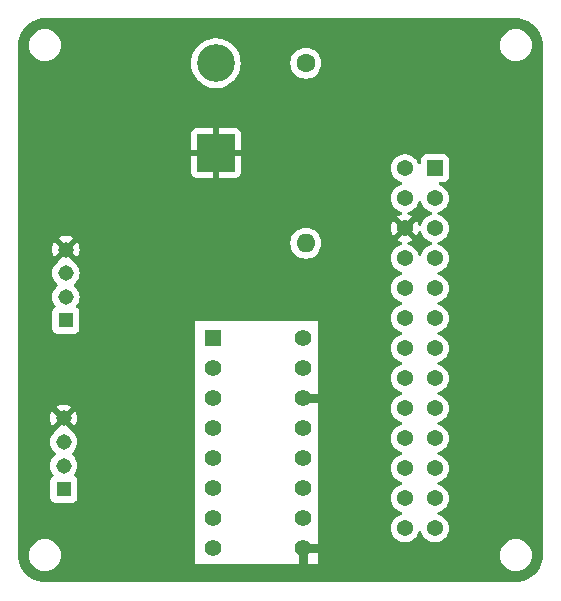
<source format=gbr>
%TF.GenerationSoftware,KiCad,Pcbnew,7.0.7*%
%TF.CreationDate,2025-03-25T10:33:11-07:00*%
%TF.ProjectId,lab7,6c616237-2e6b-4696-9361-645f70636258,rev?*%
%TF.SameCoordinates,Original*%
%TF.FileFunction,Copper,L2,Bot*%
%TF.FilePolarity,Positive*%
%FSLAX46Y46*%
G04 Gerber Fmt 4.6, Leading zero omitted, Abs format (unit mm)*
G04 Created by KiCad (PCBNEW 7.0.7) date 2025-03-25 10:33:11*
%MOMM*%
%LPD*%
G01*
G04 APERTURE LIST*
%TA.AperFunction,ComponentPad*%
%ADD10R,3.200000X3.200000*%
%TD*%
%TA.AperFunction,ComponentPad*%
%ADD11O,3.200000X3.200000*%
%TD*%
%TA.AperFunction,ComponentPad*%
%ADD12R,1.308000X1.308000*%
%TD*%
%TA.AperFunction,ComponentPad*%
%ADD13C,1.308000*%
%TD*%
%TA.AperFunction,ComponentPad*%
%ADD14R,1.400000X1.400000*%
%TD*%
%TA.AperFunction,ComponentPad*%
%ADD15C,1.400000*%
%TD*%
%TA.AperFunction,ComponentPad*%
%ADD16R,1.370000X1.370000*%
%TD*%
%TA.AperFunction,ComponentPad*%
%ADD17C,1.370000*%
%TD*%
%TA.AperFunction,ComponentPad*%
%ADD18C,1.600000*%
%TD*%
%TA.AperFunction,ComponentPad*%
%ADD19O,1.600000X1.600000*%
%TD*%
%TA.AperFunction,Conductor*%
%ADD20C,0.762000*%
%TD*%
G04 APERTURE END LIST*
D10*
%TO.P,D1,1,K*%
%TO.N,GND*%
X96520000Y-53340000D03*
D11*
%TO.P,D1,2,A*%
%TO.N,Net-(D1-A)*%
X96520000Y-45720000D03*
%TD*%
D12*
%TO.P,J3,1,1*%
%TO.N,Net-(U1-CH0)*%
X83820000Y-67500000D03*
D13*
%TO.P,J3,2,2*%
%TO.N,unconnected-(J3-Pad2)*%
X83820000Y-65500000D03*
%TO.P,J3,3,3*%
%TO.N,VDD*%
X83820000Y-63500000D03*
%TO.P,J3,4,4*%
%TO.N,GND*%
X83820000Y-61500000D03*
%TD*%
D14*
%TO.P,U1,1,CH0*%
%TO.N,Net-(U1-CH0)*%
X96250000Y-69020000D03*
D15*
%TO.P,U1,2,CH1*%
%TO.N,Net-(U1-CH1)*%
X96250000Y-71560000D03*
%TO.P,U1,3,CH2*%
%TO.N,unconnected-(U1-CH2-Pad3)*%
X96250000Y-74100000D03*
%TO.P,U1,4,CH3*%
%TO.N,unconnected-(U1-CH3-Pad4)*%
X96250000Y-76640000D03*
%TO.P,U1,5,CH4*%
%TO.N,unconnected-(U1-CH4-Pad5)*%
X96250000Y-79180000D03*
%TO.P,U1,6,CH5*%
%TO.N,unconnected-(U1-CH5-Pad6)*%
X96250000Y-81720000D03*
%TO.P,U1,7,CH6*%
%TO.N,unconnected-(U1-CH6-Pad7)*%
X96250000Y-84260000D03*
%TO.P,U1,8,CH7*%
%TO.N,unconnected-(U1-CH7-Pad8)*%
X96250000Y-86800000D03*
%TO.P,U1,9,DGND*%
%TO.N,GND*%
X103870000Y-86800000D03*
%TO.P,U1,10,SHDN/~{CS}*%
%TO.N,Net-(U1-SHDN{slash}~{CS})*%
X103870000Y-84260000D03*
%TO.P,U1,11,DIN*%
%TO.N,Net-(U1-DIN)*%
X103870000Y-81720000D03*
%TO.P,U1,12,DOUT*%
%TO.N,Net-(U1-DOUT)*%
X103870000Y-79180000D03*
%TO.P,U1,13,CLK*%
%TO.N,Net-(U1-CLK)*%
X103870000Y-76640000D03*
%TO.P,U1,14,AGND*%
%TO.N,GND*%
X103870000Y-74100000D03*
%TO.P,U1,15,VREF*%
%TO.N,VDD*%
X103870000Y-71560000D03*
%TO.P,U1,16,VDD*%
X103870000Y-69020000D03*
%TD*%
D16*
%TO.P,J2,01,01*%
%TO.N,VDD*%
X115062000Y-54610000D03*
D17*
%TO.P,J2,02,02*%
%TO.N,unconnected-(J2-Pad02)*%
X112522000Y-54610000D03*
%TO.P,J2,03,03*%
%TO.N,unconnected-(J2-Pad03)*%
X115062000Y-57150000D03*
%TO.P,J2,04,04*%
%TO.N,unconnected-(J2-Pad04)*%
X112522000Y-57150000D03*
%TO.P,J2,05,05*%
%TO.N,unconnected-(J2-Pad05)*%
X115062000Y-59690000D03*
%TO.P,J2,06,06*%
%TO.N,GND*%
X112522000Y-59690000D03*
%TO.P,J2,07,07*%
%TO.N,unconnected-(J2-Pad07)*%
X115062000Y-62230000D03*
%TO.P,J2,08,08*%
%TO.N,unconnected-(J2-Pad08)*%
X112522000Y-62230000D03*
%TO.P,J2,09,09*%
%TO.N,unconnected-(J2-Pad09)*%
X115062000Y-64770000D03*
%TO.P,J2,10,10*%
%TO.N,unconnected-(J2-Pad10)*%
X112522000Y-64770000D03*
%TO.P,J2,11,11*%
%TO.N,Net-(J2-Pad11)*%
X115062000Y-67310000D03*
%TO.P,J2,12,12*%
%TO.N,unconnected-(J2-Pad12)*%
X112522000Y-67310000D03*
%TO.P,J2,13,13*%
%TO.N,unconnected-(J2-Pad13)*%
X115062000Y-69850000D03*
%TO.P,J2,14,14*%
%TO.N,unconnected-(J2-Pad14)*%
X112522000Y-69850000D03*
%TO.P,J2,15,15*%
%TO.N,unconnected-(J2-Pad15)*%
X115062000Y-72390000D03*
%TO.P,J2,16,16*%
%TO.N,unconnected-(J2-Pad16)*%
X112522000Y-72390000D03*
%TO.P,J2,17,17*%
%TO.N,unconnected-(J2-Pad17)*%
X115062000Y-74930000D03*
%TO.P,J2,18,18*%
%TO.N,unconnected-(J2-Pad18)*%
X112522000Y-74930000D03*
%TO.P,J2,19,19*%
%TO.N,Net-(U1-DIN)*%
X115062000Y-77470000D03*
%TO.P,J2,20,20*%
%TO.N,unconnected-(J2-Pad20)*%
X112522000Y-77470000D03*
%TO.P,J2,21,21*%
%TO.N,Net-(U1-DOUT)*%
X115062000Y-80010000D03*
%TO.P,J2,22,22*%
%TO.N,unconnected-(J2-Pad22)*%
X112522000Y-80010000D03*
%TO.P,J2,23,23*%
%TO.N,Net-(U1-CLK)*%
X115062000Y-82550000D03*
%TO.P,J2,24,24*%
%TO.N,Net-(U1-SHDN{slash}~{CS})*%
X112522000Y-82550000D03*
%TO.P,J2,25,25*%
%TO.N,unconnected-(J2-Pad25)*%
X115062000Y-85090000D03*
%TO.P,J2,26,26*%
%TO.N,unconnected-(J2-Pad26)*%
X112522000Y-85090000D03*
%TD*%
D12*
%TO.P,J1,1,1*%
%TO.N,Net-(U1-CH1)*%
X83640000Y-81790000D03*
D13*
%TO.P,J1,2,2*%
%TO.N,unconnected-(J1-Pad2)*%
X83640000Y-79790000D03*
%TO.P,J1,3,3*%
%TO.N,VDD*%
X83640000Y-77790000D03*
%TO.P,J1,4,4*%
%TO.N,GND*%
X83640000Y-75790000D03*
%TD*%
D18*
%TO.P,R1,1*%
%TO.N,Net-(D1-A)*%
X104140000Y-45720000D03*
D19*
%TO.P,R1,2*%
%TO.N,Net-(J2-Pad11)*%
X104140000Y-60960000D03*
%TD*%
D20*
%TO.N,GND*%
X103870000Y-74100000D02*
X105596000Y-74100000D01*
X103870000Y-88630000D02*
X103886000Y-88646000D01*
X103870000Y-86800000D02*
X103870000Y-88630000D01*
X105664000Y-74168000D02*
X105596000Y-74100000D01*
X105850000Y-86800000D02*
X105918000Y-86868000D01*
X103870000Y-86800000D02*
X105850000Y-86800000D01*
%TD*%
%TA.AperFunction,Conductor*%
%TO.N,GND*%
G36*
X113842302Y-59897359D02*
G01*
X113895489Y-59942669D01*
X113911005Y-59976644D01*
X113951765Y-60119900D01*
X113951819Y-60120090D01*
X114049749Y-60316759D01*
X114182153Y-60492090D01*
X114321830Y-60619422D01*
X114344516Y-60640103D01*
X114531313Y-60755763D01*
X114736183Y-60835129D01*
X114752141Y-60838112D01*
X114814419Y-60869780D01*
X114849692Y-60930092D01*
X114846758Y-60999900D01*
X114806549Y-61057040D01*
X114752141Y-61081887D01*
X114736183Y-61084871D01*
X114736181Y-61084871D01*
X114736179Y-61084872D01*
X114531314Y-61164236D01*
X114531312Y-61164237D01*
X114344514Y-61279898D01*
X114182153Y-61427909D01*
X114049749Y-61603240D01*
X113951819Y-61799909D01*
X113951817Y-61799913D01*
X113951818Y-61799913D01*
X113911265Y-61942439D01*
X113873987Y-62001531D01*
X113810678Y-62031089D01*
X113741438Y-62021727D01*
X113688252Y-61976418D01*
X113672734Y-61942441D01*
X113632182Y-61799913D01*
X113534251Y-61603241D01*
X113401848Y-61427912D01*
X113401846Y-61427909D01*
X113239485Y-61279898D01*
X113239484Y-61279897D01*
X113052687Y-61164237D01*
X113052685Y-61164236D01*
X112870334Y-61093594D01*
X112847817Y-61084871D01*
X112830501Y-61081634D01*
X112768222Y-61049966D01*
X112732949Y-60989654D01*
X112735883Y-60919846D01*
X112776092Y-60862706D01*
X112830505Y-60837857D01*
X112847674Y-60834647D01*
X112847687Y-60834643D01*
X113052462Y-60755313D01*
X113052464Y-60755312D01*
X113164431Y-60685984D01*
X112788301Y-60309854D01*
X112754816Y-60248531D01*
X112759800Y-60178839D01*
X112794780Y-60128460D01*
X112800559Y-60123452D01*
X112800562Y-60123451D01*
X112911395Y-60027413D01*
X112946189Y-59973271D01*
X112998992Y-59927518D01*
X113068150Y-59917574D01*
X113131706Y-59946599D01*
X113138185Y-59952631D01*
X113520151Y-60334598D01*
X113520152Y-60334597D01*
X113533822Y-60316497D01*
X113533824Y-60316493D01*
X113631709Y-60119915D01*
X113631715Y-60119900D01*
X113672474Y-59976648D01*
X113709753Y-59917554D01*
X113773063Y-59887997D01*
X113842302Y-59897359D01*
G37*
%TD.AperFunction*%
%TA.AperFunction,Conductor*%
G36*
X113842561Y-57358272D02*
G01*
X113895748Y-57403581D01*
X113911265Y-57437558D01*
X113931424Y-57508410D01*
X113951818Y-57580089D01*
X114049749Y-57776759D01*
X114182153Y-57952090D01*
X114321830Y-58079422D01*
X114344516Y-58100103D01*
X114531313Y-58215763D01*
X114736183Y-58295129D01*
X114752141Y-58298112D01*
X114814419Y-58329780D01*
X114849692Y-58390092D01*
X114846758Y-58459900D01*
X114806549Y-58517040D01*
X114752141Y-58541887D01*
X114736183Y-58544871D01*
X114736181Y-58544871D01*
X114736179Y-58544872D01*
X114531314Y-58624236D01*
X114531312Y-58624237D01*
X114344514Y-58739898D01*
X114182153Y-58887909D01*
X114049749Y-59063240D01*
X113951818Y-59259911D01*
X113951815Y-59259917D01*
X113911006Y-59403351D01*
X113873727Y-59462444D01*
X113810418Y-59492002D01*
X113741178Y-59482640D01*
X113687992Y-59437331D01*
X113672474Y-59403351D01*
X113631715Y-59260099D01*
X113631709Y-59260084D01*
X113533827Y-59063510D01*
X113533822Y-59063502D01*
X113520151Y-59045400D01*
X113138184Y-59427368D01*
X113076861Y-59460853D01*
X113007169Y-59455869D01*
X112951236Y-59413997D01*
X112946187Y-59406725D01*
X112911397Y-59352589D01*
X112911392Y-59352584D01*
X112794779Y-59251537D01*
X112757005Y-59192759D01*
X112757005Y-59122889D01*
X112788301Y-59070144D01*
X113164431Y-58694014D01*
X113164430Y-58694013D01*
X113052466Y-58624689D01*
X113052460Y-58624685D01*
X112847678Y-58545353D01*
X112847673Y-58545351D01*
X112830499Y-58542141D01*
X112768219Y-58510471D01*
X112732948Y-58450158D01*
X112735884Y-58380350D01*
X112776095Y-58323211D01*
X112830501Y-58298365D01*
X112847817Y-58295129D01*
X113052687Y-58215763D01*
X113239484Y-58100103D01*
X113401848Y-57952088D01*
X113534251Y-57776759D01*
X113632182Y-57580087D01*
X113672734Y-57437560D01*
X113710012Y-57378468D01*
X113773322Y-57348910D01*
X113842561Y-57358272D01*
G37*
%TD.AperFunction*%
%TA.AperFunction,Conductor*%
G36*
X121921866Y-41910613D02*
G01*
X121979516Y-41914100D01*
X122191749Y-41926937D01*
X122199181Y-41927841D01*
X122463282Y-41976238D01*
X122470531Y-41978026D01*
X122726878Y-42057907D01*
X122733866Y-42060558D01*
X122978702Y-42170750D01*
X122985337Y-42174233D01*
X123135784Y-42265180D01*
X123215106Y-42313132D01*
X123221265Y-42317384D01*
X123320157Y-42394861D01*
X123432615Y-42482966D01*
X123438215Y-42487927D01*
X123628071Y-42677783D01*
X123633033Y-42683384D01*
X123798614Y-42894732D01*
X123802872Y-42900900D01*
X123941766Y-43130662D01*
X123945249Y-43137297D01*
X124055441Y-43382133D01*
X124058095Y-43389130D01*
X124129882Y-43619500D01*
X124137970Y-43645456D01*
X124139763Y-43652729D01*
X124140845Y-43658630D01*
X124188158Y-43916818D01*
X124189062Y-43924257D01*
X124205386Y-44194133D01*
X124205499Y-44197877D01*
X124205500Y-87309055D01*
X124205500Y-87374122D01*
X124205387Y-87377867D01*
X124189062Y-87647742D01*
X124188158Y-87655181D01*
X124139764Y-87919267D01*
X124137970Y-87926543D01*
X124072078Y-88138000D01*
X124058099Y-88182859D01*
X124055441Y-88189866D01*
X123945249Y-88434702D01*
X123941766Y-88441337D01*
X123802872Y-88671099D01*
X123798614Y-88677267D01*
X123633033Y-88888615D01*
X123628064Y-88894224D01*
X123438224Y-89084064D01*
X123432615Y-89089033D01*
X123221267Y-89254614D01*
X123215099Y-89258872D01*
X122985337Y-89397766D01*
X122978702Y-89401249D01*
X122733866Y-89511441D01*
X122726863Y-89514097D01*
X122583497Y-89558772D01*
X122470543Y-89593970D01*
X122463267Y-89595764D01*
X122199181Y-89644158D01*
X122191742Y-89645062D01*
X121921867Y-89661387D01*
X121918122Y-89661500D01*
X82043878Y-89661500D01*
X82040133Y-89661387D01*
X81770257Y-89645062D01*
X81762818Y-89644158D01*
X81538806Y-89603107D01*
X81498729Y-89595763D01*
X81491456Y-89593970D01*
X81235130Y-89514095D01*
X81228133Y-89511441D01*
X80983297Y-89401249D01*
X80976662Y-89397766D01*
X80746900Y-89258872D01*
X80740732Y-89254614D01*
X80529384Y-89089033D01*
X80523783Y-89084071D01*
X80333927Y-88894215D01*
X80328966Y-88888615D01*
X80163385Y-88677267D01*
X80159132Y-88671106D01*
X80085942Y-88550035D01*
X80020233Y-88441337D01*
X80016750Y-88434702D01*
X79906558Y-88189866D01*
X79903907Y-88182878D01*
X79824026Y-87926531D01*
X79822238Y-87919282D01*
X79773841Y-87655181D01*
X79772937Y-87647742D01*
X79770739Y-87611408D01*
X79756613Y-87377866D01*
X79756557Y-87376000D01*
X80686341Y-87376000D01*
X80706936Y-87611403D01*
X80706938Y-87611413D01*
X80768094Y-87839655D01*
X80768096Y-87839659D01*
X80768097Y-87839663D01*
X80808610Y-87926543D01*
X80867964Y-88053828D01*
X80867965Y-88053830D01*
X81003505Y-88247402D01*
X81170597Y-88414494D01*
X81364169Y-88550034D01*
X81364171Y-88550035D01*
X81578337Y-88649903D01*
X81806592Y-88711063D01*
X81983034Y-88726500D01*
X82100966Y-88726500D01*
X82277408Y-88711063D01*
X82505663Y-88649903D01*
X82719829Y-88550035D01*
X82913401Y-88414495D01*
X83080495Y-88247401D01*
X83216035Y-88053830D01*
X83315903Y-87839663D01*
X83377063Y-87611408D01*
X83397659Y-87376000D01*
X83377063Y-87140592D01*
X83315903Y-86912337D01*
X83216035Y-86698171D01*
X83216034Y-86698169D01*
X83080494Y-86504597D01*
X82913402Y-86337505D01*
X82719830Y-86201965D01*
X82719828Y-86201964D01*
X82612746Y-86152030D01*
X82505663Y-86102097D01*
X82505659Y-86102096D01*
X82505655Y-86102094D01*
X82277413Y-86040938D01*
X82277403Y-86040936D01*
X82100966Y-86025500D01*
X81983034Y-86025500D01*
X81806596Y-86040936D01*
X81806586Y-86040938D01*
X81578344Y-86102094D01*
X81578335Y-86102098D01*
X81364171Y-86201964D01*
X81364169Y-86201965D01*
X81170597Y-86337505D01*
X81003506Y-86504597D01*
X81003501Y-86504604D01*
X80867967Y-86698165D01*
X80867965Y-86698169D01*
X80768098Y-86912335D01*
X80768094Y-86912344D01*
X80706938Y-87140586D01*
X80706936Y-87140596D01*
X80686341Y-87375999D01*
X80686341Y-87376000D01*
X79756557Y-87376000D01*
X79756500Y-87374122D01*
X79756500Y-79790000D01*
X82480554Y-79790000D01*
X82500295Y-80003047D01*
X82500296Y-80003050D01*
X82558846Y-80208835D01*
X82558849Y-80208841D01*
X82654219Y-80400370D01*
X82752274Y-80530216D01*
X82776966Y-80595578D01*
X82762401Y-80663912D01*
X82727631Y-80704209D01*
X82628455Y-80778452D01*
X82628452Y-80778455D01*
X82542206Y-80893664D01*
X82542202Y-80893671D01*
X82491908Y-81028517D01*
X82486829Y-81075762D01*
X82485501Y-81088123D01*
X82485500Y-81088135D01*
X82485500Y-82491870D01*
X82485501Y-82491876D01*
X82491908Y-82551483D01*
X82542202Y-82686328D01*
X82542206Y-82686335D01*
X82628452Y-82801544D01*
X82628455Y-82801547D01*
X82743664Y-82887793D01*
X82743671Y-82887797D01*
X82878517Y-82938091D01*
X82878516Y-82938091D01*
X82885444Y-82938835D01*
X82938127Y-82944500D01*
X84341872Y-82944499D01*
X84401483Y-82938091D01*
X84536331Y-82887796D01*
X84651546Y-82801546D01*
X84737796Y-82686331D01*
X84788091Y-82551483D01*
X84794500Y-82491873D01*
X84794499Y-81088128D01*
X84788091Y-81028517D01*
X84762574Y-80960103D01*
X84737797Y-80893671D01*
X84737793Y-80893664D01*
X84651547Y-80778456D01*
X84651548Y-80778456D01*
X84651546Y-80778454D01*
X84552366Y-80704208D01*
X84510497Y-80648276D01*
X84505513Y-80578584D01*
X84527723Y-80530218D01*
X84625781Y-80400370D01*
X84721151Y-80208840D01*
X84721151Y-80208837D01*
X84721153Y-80208835D01*
X84779703Y-80003050D01*
X84779704Y-80003047D01*
X84799446Y-79790000D01*
X84799446Y-79789999D01*
X84779704Y-79576952D01*
X84779703Y-79576949D01*
X84721153Y-79371164D01*
X84721150Y-79371158D01*
X84625781Y-79179630D01*
X84496841Y-79008886D01*
X84357251Y-78881633D01*
X84320973Y-78821927D01*
X84322733Y-78752079D01*
X84357251Y-78698366D01*
X84496841Y-78571114D01*
X84625781Y-78400370D01*
X84721151Y-78208840D01*
X84721151Y-78208837D01*
X84721153Y-78208835D01*
X84779703Y-78003050D01*
X84779704Y-78003047D01*
X84799446Y-77790000D01*
X84799446Y-77789999D01*
X84779704Y-77576952D01*
X84779703Y-77576949D01*
X84721153Y-77371164D01*
X84721150Y-77371158D01*
X84661434Y-77251232D01*
X84625781Y-77179630D01*
X84496841Y-77008886D01*
X84338722Y-76864742D01*
X84321205Y-76853896D01*
X84274571Y-76801870D01*
X84269832Y-76773384D01*
X83823866Y-76327419D01*
X83790381Y-76266096D01*
X83795365Y-76196405D01*
X83837236Y-76140471D01*
X83855245Y-76129258D01*
X83878045Y-76117641D01*
X83967641Y-76028045D01*
X83979254Y-76005252D01*
X84027225Y-75954458D01*
X84095046Y-75937661D01*
X84161181Y-75960197D01*
X84177419Y-75973866D01*
X84616018Y-76412465D01*
X84625355Y-76400101D01*
X84625357Y-76400098D01*
X84720678Y-76208669D01*
X84720684Y-76208654D01*
X84779210Y-76002956D01*
X84779211Y-76002954D01*
X84798944Y-75790000D01*
X84798944Y-75789999D01*
X84779211Y-75577045D01*
X84779210Y-75577043D01*
X84720684Y-75371345D01*
X84720678Y-75371330D01*
X84625353Y-75179893D01*
X84616019Y-75167533D01*
X84616018Y-75167533D01*
X84177419Y-75606132D01*
X84116096Y-75639617D01*
X84046404Y-75634633D01*
X83990471Y-75592761D01*
X83979256Y-75574751D01*
X83967641Y-75551955D01*
X83967637Y-75551951D01*
X83967636Y-75551949D01*
X83878050Y-75462363D01*
X83878047Y-75462361D01*
X83878045Y-75462359D01*
X83855250Y-75450744D01*
X83804456Y-75402771D01*
X83787661Y-75334950D01*
X83810198Y-75268815D01*
X83823866Y-75252580D01*
X84259913Y-74816533D01*
X84259912Y-74816532D01*
X84156589Y-74752557D01*
X84156583Y-74752554D01*
X83957162Y-74675299D01*
X83746932Y-74636000D01*
X83533068Y-74636000D01*
X83322837Y-74675299D01*
X83123415Y-74752555D01*
X83020085Y-74816533D01*
X83456133Y-75252580D01*
X83489618Y-75313903D01*
X83484634Y-75383594D01*
X83442763Y-75439528D01*
X83424748Y-75450745D01*
X83401956Y-75462358D01*
X83401949Y-75462363D01*
X83312363Y-75551949D01*
X83312358Y-75551956D01*
X83300745Y-75574748D01*
X83252770Y-75625544D01*
X83184949Y-75642338D01*
X83118814Y-75619800D01*
X83102580Y-75606133D01*
X82663980Y-75167532D01*
X82663979Y-75167532D01*
X82654646Y-75179894D01*
X82654644Y-75179896D01*
X82559321Y-75371330D01*
X82559315Y-75371345D01*
X82500789Y-75577043D01*
X82500788Y-75577045D01*
X82481056Y-75789999D01*
X82481056Y-75790000D01*
X82500788Y-76002954D01*
X82500789Y-76002956D01*
X82559315Y-76208654D01*
X82559321Y-76208669D01*
X82654646Y-76400106D01*
X82663980Y-76412466D01*
X83102580Y-75973866D01*
X83163903Y-75940381D01*
X83233594Y-75945365D01*
X83289528Y-75987236D01*
X83300742Y-76005246D01*
X83312359Y-76028045D01*
X83312361Y-76028047D01*
X83312363Y-76028050D01*
X83401949Y-76117636D01*
X83401951Y-76117637D01*
X83401955Y-76117641D01*
X83424747Y-76129254D01*
X83475542Y-76177228D01*
X83492337Y-76245049D01*
X83469799Y-76311184D01*
X83456132Y-76327419D01*
X83009910Y-76773640D01*
X83004860Y-76803042D01*
X82958795Y-76853895D01*
X82941277Y-76864742D01*
X82783160Y-77008884D01*
X82654219Y-77179629D01*
X82558849Y-77371158D01*
X82558846Y-77371164D01*
X82500296Y-77576949D01*
X82500295Y-77576952D01*
X82480554Y-77789999D01*
X82480554Y-77790000D01*
X82500295Y-78003047D01*
X82500296Y-78003050D01*
X82558846Y-78208835D01*
X82558849Y-78208841D01*
X82654219Y-78400370D01*
X82783160Y-78571116D01*
X82922744Y-78698363D01*
X82959026Y-78758074D01*
X82957265Y-78827922D01*
X82922744Y-78881637D01*
X82783160Y-79008883D01*
X82654219Y-79179629D01*
X82558849Y-79371158D01*
X82558846Y-79371164D01*
X82500296Y-79576949D01*
X82500295Y-79576952D01*
X82480554Y-79789999D01*
X82480554Y-79790000D01*
X79756500Y-79790000D01*
X79756500Y-65500000D01*
X82660554Y-65500000D01*
X82680295Y-65713047D01*
X82680296Y-65713050D01*
X82738846Y-65918835D01*
X82738849Y-65918841D01*
X82834219Y-66110370D01*
X82932274Y-66240216D01*
X82956966Y-66305578D01*
X82942401Y-66373912D01*
X82907631Y-66414209D01*
X82808455Y-66488452D01*
X82808452Y-66488455D01*
X82722206Y-66603664D01*
X82722202Y-66603671D01*
X82671908Y-66738517D01*
X82665501Y-66798116D01*
X82665501Y-66798123D01*
X82665500Y-66798135D01*
X82665500Y-68201870D01*
X82665501Y-68201876D01*
X82671908Y-68261483D01*
X82722202Y-68396328D01*
X82722206Y-68396335D01*
X82808452Y-68511544D01*
X82808455Y-68511547D01*
X82923664Y-68597793D01*
X82923671Y-68597797D01*
X83058517Y-68648091D01*
X83058516Y-68648091D01*
X83065444Y-68648835D01*
X83118127Y-68654500D01*
X84521872Y-68654499D01*
X84581483Y-68648091D01*
X84716331Y-68597796D01*
X84831546Y-68511546D01*
X84917796Y-68396331D01*
X84968091Y-68261483D01*
X84974500Y-68201873D01*
X84974500Y-67564000D01*
X94742000Y-67564000D01*
X94742000Y-88138000D01*
X105156000Y-88138000D01*
X105156000Y-87376000D01*
X120564341Y-87376000D01*
X120584936Y-87611403D01*
X120584938Y-87611413D01*
X120646094Y-87839655D01*
X120646096Y-87839659D01*
X120646097Y-87839663D01*
X120686610Y-87926543D01*
X120745964Y-88053828D01*
X120745965Y-88053830D01*
X120881505Y-88247402D01*
X121048597Y-88414494D01*
X121242169Y-88550034D01*
X121242171Y-88550035D01*
X121456337Y-88649903D01*
X121684592Y-88711063D01*
X121861034Y-88726500D01*
X121978966Y-88726500D01*
X122155408Y-88711063D01*
X122383663Y-88649903D01*
X122597829Y-88550035D01*
X122791401Y-88414495D01*
X122958495Y-88247401D01*
X123094035Y-88053830D01*
X123193903Y-87839663D01*
X123255063Y-87611408D01*
X123275659Y-87376000D01*
X123255063Y-87140592D01*
X123193903Y-86912337D01*
X123094035Y-86698171D01*
X123094034Y-86698169D01*
X122958494Y-86504597D01*
X122791402Y-86337505D01*
X122597830Y-86201965D01*
X122597828Y-86201964D01*
X122490746Y-86152030D01*
X122383663Y-86102097D01*
X122383659Y-86102096D01*
X122383655Y-86102094D01*
X122155413Y-86040938D01*
X122155403Y-86040936D01*
X121978966Y-86025500D01*
X121861034Y-86025500D01*
X121684596Y-86040936D01*
X121684586Y-86040938D01*
X121456344Y-86102094D01*
X121456335Y-86102098D01*
X121242171Y-86201964D01*
X121242169Y-86201965D01*
X121048597Y-86337505D01*
X120881506Y-86504597D01*
X120881501Y-86504604D01*
X120745967Y-86698165D01*
X120745965Y-86698169D01*
X120646098Y-86912335D01*
X120646094Y-86912344D01*
X120584938Y-87140586D01*
X120584936Y-87140596D01*
X120564341Y-87375999D01*
X120564341Y-87376000D01*
X105156000Y-87376000D01*
X105156000Y-85090000D01*
X111331421Y-85090000D01*
X111351692Y-85308763D01*
X111351692Y-85308765D01*
X111351693Y-85308768D01*
X111411818Y-85520087D01*
X111411819Y-85520090D01*
X111509749Y-85716759D01*
X111642153Y-85892090D01*
X111781830Y-86019422D01*
X111804516Y-86040103D01*
X111991313Y-86155763D01*
X112196183Y-86235129D01*
X112412147Y-86275500D01*
X112412149Y-86275500D01*
X112631851Y-86275500D01*
X112631853Y-86275500D01*
X112847817Y-86235129D01*
X113052687Y-86155763D01*
X113239484Y-86040103D01*
X113401848Y-85892088D01*
X113534251Y-85716759D01*
X113632182Y-85520087D01*
X113672734Y-85377560D01*
X113710012Y-85318468D01*
X113773322Y-85288910D01*
X113842561Y-85298272D01*
X113895748Y-85343581D01*
X113911265Y-85377558D01*
X113931424Y-85448410D01*
X113951818Y-85520089D01*
X114049749Y-85716759D01*
X114182153Y-85892090D01*
X114321830Y-86019422D01*
X114344516Y-86040103D01*
X114531313Y-86155763D01*
X114736183Y-86235129D01*
X114952147Y-86275500D01*
X114952149Y-86275500D01*
X115171851Y-86275500D01*
X115171853Y-86275500D01*
X115387817Y-86235129D01*
X115592687Y-86155763D01*
X115779484Y-86040103D01*
X115941848Y-85892088D01*
X116074251Y-85716759D01*
X116172182Y-85520087D01*
X116232307Y-85308768D01*
X116252579Y-85090000D01*
X116232307Y-84871232D01*
X116172182Y-84659913D01*
X116074251Y-84463241D01*
X115941848Y-84287912D01*
X115941846Y-84287909D01*
X115779485Y-84139898D01*
X115779484Y-84139897D01*
X115592687Y-84024237D01*
X115592685Y-84024236D01*
X115387820Y-83944872D01*
X115387819Y-83944871D01*
X115387817Y-83944871D01*
X115371858Y-83941887D01*
X115309580Y-83910221D01*
X115274307Y-83849909D01*
X115277241Y-83780101D01*
X115317449Y-83722960D01*
X115371858Y-83698112D01*
X115387817Y-83695129D01*
X115592687Y-83615763D01*
X115779484Y-83500103D01*
X115941848Y-83352088D01*
X116074251Y-83176759D01*
X116172182Y-82980087D01*
X116232307Y-82768768D01*
X116252579Y-82550000D01*
X116232307Y-82331232D01*
X116172182Y-82119913D01*
X116074251Y-81923241D01*
X115941848Y-81747912D01*
X115941846Y-81747909D01*
X115779485Y-81599898D01*
X115779484Y-81599897D01*
X115592687Y-81484237D01*
X115592685Y-81484236D01*
X115387820Y-81404872D01*
X115387819Y-81404871D01*
X115387817Y-81404871D01*
X115371858Y-81401887D01*
X115309580Y-81370221D01*
X115274307Y-81309909D01*
X115277241Y-81240101D01*
X115317449Y-81182960D01*
X115371858Y-81158112D01*
X115387817Y-81155129D01*
X115592687Y-81075763D01*
X115779484Y-80960103D01*
X115941848Y-80812088D01*
X116074251Y-80636759D01*
X116172182Y-80440087D01*
X116232307Y-80228768D01*
X116252579Y-80010000D01*
X116232307Y-79791232D01*
X116172182Y-79579913D01*
X116074251Y-79383241D01*
X115941848Y-79207912D01*
X115941846Y-79207909D01*
X115779485Y-79059898D01*
X115779484Y-79059897D01*
X115592687Y-78944237D01*
X115592685Y-78944236D01*
X115387820Y-78864872D01*
X115387819Y-78864871D01*
X115387817Y-78864871D01*
X115371858Y-78861887D01*
X115309580Y-78830221D01*
X115274307Y-78769909D01*
X115277241Y-78700101D01*
X115317449Y-78642960D01*
X115371858Y-78618112D01*
X115387817Y-78615129D01*
X115592687Y-78535763D01*
X115779484Y-78420103D01*
X115941848Y-78272088D01*
X116074251Y-78096759D01*
X116172182Y-77900087D01*
X116232307Y-77688768D01*
X116252579Y-77470000D01*
X116232307Y-77251232D01*
X116172182Y-77039913D01*
X116074251Y-76843241D01*
X115941848Y-76667912D01*
X115941846Y-76667909D01*
X115779485Y-76519898D01*
X115779484Y-76519897D01*
X115592687Y-76404237D01*
X115592685Y-76404236D01*
X115387820Y-76324872D01*
X115387819Y-76324871D01*
X115387817Y-76324871D01*
X115371858Y-76321887D01*
X115309580Y-76290221D01*
X115274307Y-76229909D01*
X115277241Y-76160101D01*
X115317449Y-76102960D01*
X115371858Y-76078112D01*
X115387817Y-76075129D01*
X115592687Y-75995763D01*
X115779484Y-75880103D01*
X115941848Y-75732088D01*
X116074251Y-75556759D01*
X116172182Y-75360087D01*
X116232307Y-75148768D01*
X116252579Y-74930000D01*
X116232307Y-74711232D01*
X116172182Y-74499913D01*
X116074251Y-74303241D01*
X115941848Y-74127912D01*
X115941846Y-74127909D01*
X115779485Y-73979898D01*
X115779484Y-73979897D01*
X115592687Y-73864237D01*
X115592685Y-73864236D01*
X115387820Y-73784872D01*
X115387819Y-73784871D01*
X115387817Y-73784871D01*
X115371858Y-73781887D01*
X115309580Y-73750221D01*
X115274307Y-73689909D01*
X115277241Y-73620101D01*
X115317449Y-73562960D01*
X115371858Y-73538112D01*
X115387817Y-73535129D01*
X115592687Y-73455763D01*
X115779484Y-73340103D01*
X115941848Y-73192088D01*
X116074251Y-73016759D01*
X116172182Y-72820087D01*
X116232307Y-72608768D01*
X116252579Y-72390000D01*
X116232307Y-72171232D01*
X116172182Y-71959913D01*
X116074251Y-71763241D01*
X115941848Y-71587912D01*
X115941846Y-71587909D01*
X115779485Y-71439898D01*
X115779484Y-71439897D01*
X115592687Y-71324237D01*
X115592685Y-71324236D01*
X115387820Y-71244872D01*
X115387819Y-71244871D01*
X115387817Y-71244871D01*
X115371858Y-71241887D01*
X115309580Y-71210221D01*
X115274307Y-71149909D01*
X115277241Y-71080101D01*
X115317449Y-71022960D01*
X115371858Y-70998112D01*
X115387817Y-70995129D01*
X115592687Y-70915763D01*
X115779484Y-70800103D01*
X115941848Y-70652088D01*
X116074251Y-70476759D01*
X116172182Y-70280087D01*
X116232307Y-70068768D01*
X116252579Y-69850000D01*
X116232307Y-69631232D01*
X116172182Y-69419913D01*
X116074251Y-69223241D01*
X115941848Y-69047912D01*
X115941846Y-69047909D01*
X115779485Y-68899898D01*
X115779484Y-68899897D01*
X115592687Y-68784237D01*
X115592685Y-68784236D01*
X115387820Y-68704872D01*
X115387819Y-68704871D01*
X115387817Y-68704871D01*
X115371858Y-68701887D01*
X115309580Y-68670221D01*
X115274307Y-68609909D01*
X115277241Y-68540101D01*
X115317449Y-68482960D01*
X115371858Y-68458112D01*
X115387817Y-68455129D01*
X115592687Y-68375763D01*
X115779484Y-68260103D01*
X115941848Y-68112088D01*
X116074251Y-67936759D01*
X116172182Y-67740087D01*
X116232307Y-67528768D01*
X116252579Y-67310000D01*
X116232307Y-67091232D01*
X116172182Y-66879913D01*
X116074251Y-66683241D01*
X115941848Y-66507912D01*
X115941846Y-66507909D01*
X115779485Y-66359898D01*
X115779484Y-66359897D01*
X115592687Y-66244237D01*
X115592685Y-66244236D01*
X115387820Y-66164872D01*
X115387819Y-66164871D01*
X115387817Y-66164871D01*
X115371858Y-66161887D01*
X115309580Y-66130221D01*
X115274307Y-66069909D01*
X115277241Y-66000101D01*
X115317449Y-65942960D01*
X115371858Y-65918112D01*
X115387817Y-65915129D01*
X115592687Y-65835763D01*
X115779484Y-65720103D01*
X115941848Y-65572088D01*
X116074251Y-65396759D01*
X116172182Y-65200087D01*
X116232307Y-64988768D01*
X116252579Y-64770000D01*
X116232307Y-64551232D01*
X116172182Y-64339913D01*
X116074251Y-64143241D01*
X115941848Y-63967912D01*
X115941846Y-63967909D01*
X115779485Y-63819898D01*
X115779484Y-63819897D01*
X115592687Y-63704237D01*
X115592685Y-63704236D01*
X115387820Y-63624872D01*
X115387819Y-63624871D01*
X115387817Y-63624871D01*
X115371858Y-63621887D01*
X115309580Y-63590221D01*
X115274307Y-63529909D01*
X115277241Y-63460101D01*
X115317449Y-63402960D01*
X115371858Y-63378112D01*
X115387817Y-63375129D01*
X115592687Y-63295763D01*
X115779484Y-63180103D01*
X115941848Y-63032088D01*
X116074251Y-62856759D01*
X116172182Y-62660087D01*
X116232307Y-62448768D01*
X116252579Y-62230000D01*
X116232307Y-62011232D01*
X116172182Y-61799913D01*
X116074251Y-61603241D01*
X115941848Y-61427912D01*
X115941846Y-61427909D01*
X115779485Y-61279898D01*
X115779484Y-61279897D01*
X115592687Y-61164237D01*
X115592685Y-61164236D01*
X115387820Y-61084872D01*
X115387819Y-61084871D01*
X115387817Y-61084871D01*
X115371858Y-61081887D01*
X115309580Y-61050221D01*
X115274307Y-60989909D01*
X115277241Y-60920101D01*
X115317449Y-60862960D01*
X115371858Y-60838112D01*
X115387817Y-60835129D01*
X115592687Y-60755763D01*
X115779484Y-60640103D01*
X115941848Y-60492088D01*
X116074251Y-60316759D01*
X116172182Y-60120087D01*
X116232307Y-59908768D01*
X116252579Y-59690000D01*
X116232307Y-59471232D01*
X116172182Y-59259913D01*
X116074251Y-59063241D01*
X115941848Y-58887912D01*
X115941846Y-58887909D01*
X115779485Y-58739898D01*
X115779484Y-58739897D01*
X115592687Y-58624237D01*
X115592685Y-58624236D01*
X115387820Y-58544872D01*
X115387819Y-58544871D01*
X115387817Y-58544871D01*
X115371858Y-58541887D01*
X115309580Y-58510221D01*
X115274307Y-58449909D01*
X115277241Y-58380101D01*
X115317449Y-58322960D01*
X115371858Y-58298112D01*
X115387817Y-58295129D01*
X115592687Y-58215763D01*
X115779484Y-58100103D01*
X115941848Y-57952088D01*
X116074251Y-57776759D01*
X116172182Y-57580087D01*
X116232307Y-57368768D01*
X116252579Y-57150000D01*
X116232307Y-56931232D01*
X116172182Y-56719913D01*
X116074251Y-56523241D01*
X115941848Y-56347912D01*
X115941846Y-56347909D01*
X115779485Y-56199898D01*
X115779484Y-56199897D01*
X115592687Y-56084237D01*
X115592685Y-56084236D01*
X115465915Y-56035126D01*
X115410514Y-55992553D01*
X115386923Y-55926786D01*
X115402634Y-55858706D01*
X115452658Y-55809927D01*
X115510708Y-55795499D01*
X115794872Y-55795499D01*
X115854483Y-55789091D01*
X115989331Y-55738796D01*
X116104546Y-55652546D01*
X116190796Y-55537331D01*
X116241091Y-55402483D01*
X116247500Y-55342873D01*
X116247499Y-53877128D01*
X116241091Y-53817517D01*
X116237507Y-53807909D01*
X116190797Y-53682671D01*
X116190793Y-53682664D01*
X116104547Y-53567455D01*
X116104544Y-53567452D01*
X115989335Y-53481206D01*
X115989328Y-53481202D01*
X115854482Y-53430908D01*
X115854483Y-53430908D01*
X115794883Y-53424501D01*
X115794881Y-53424500D01*
X115794873Y-53424500D01*
X115794864Y-53424500D01*
X114329129Y-53424500D01*
X114329123Y-53424501D01*
X114269516Y-53430908D01*
X114134671Y-53481202D01*
X114134664Y-53481206D01*
X114019455Y-53567452D01*
X114019452Y-53567455D01*
X113933206Y-53682664D01*
X113933202Y-53682671D01*
X113882908Y-53817517D01*
X113880282Y-53841948D01*
X113876501Y-53877123D01*
X113876500Y-53877135D01*
X113876500Y-54149674D01*
X113856815Y-54216713D01*
X113804011Y-54262468D01*
X113734853Y-54272412D01*
X113671297Y-54243387D01*
X113633523Y-54184609D01*
X113633233Y-54183606D01*
X113632182Y-54179912D01*
X113632181Y-54179911D01*
X113575129Y-54065336D01*
X113534251Y-53983241D01*
X113427551Y-53841948D01*
X113401846Y-53807909D01*
X113239485Y-53659898D01*
X113239484Y-53659897D01*
X113052687Y-53544237D01*
X113052685Y-53544236D01*
X112889978Y-53481204D01*
X112847817Y-53464871D01*
X112631853Y-53424500D01*
X112412147Y-53424500D01*
X112196183Y-53464871D01*
X112196180Y-53464871D01*
X112196180Y-53464872D01*
X111991314Y-53544236D01*
X111991312Y-53544237D01*
X111804514Y-53659898D01*
X111642153Y-53807909D01*
X111509749Y-53983240D01*
X111411819Y-54179909D01*
X111351692Y-54391236D01*
X111331421Y-54609999D01*
X111331421Y-54610000D01*
X111351692Y-54828763D01*
X111411819Y-55040090D01*
X111509749Y-55236759D01*
X111642153Y-55412090D01*
X111779533Y-55537328D01*
X111804516Y-55560103D01*
X111991313Y-55675763D01*
X112196183Y-55755129D01*
X112212141Y-55758112D01*
X112274419Y-55789780D01*
X112309692Y-55850092D01*
X112306758Y-55919900D01*
X112266549Y-55977040D01*
X112212141Y-56001887D01*
X112196183Y-56004871D01*
X112196181Y-56004871D01*
X112196179Y-56004872D01*
X111991314Y-56084236D01*
X111991312Y-56084237D01*
X111804514Y-56199898D01*
X111642153Y-56347909D01*
X111509749Y-56523240D01*
X111411819Y-56719909D01*
X111351692Y-56931236D01*
X111331421Y-57149999D01*
X111331421Y-57150000D01*
X111351692Y-57368763D01*
X111351692Y-57368765D01*
X111351693Y-57368768D01*
X111411818Y-57580087D01*
X111411819Y-57580090D01*
X111509749Y-57776759D01*
X111642153Y-57952090D01*
X111781830Y-58079422D01*
X111804516Y-58100103D01*
X111991313Y-58215763D01*
X112196183Y-58295129D01*
X112213493Y-58298365D01*
X112275774Y-58330030D01*
X112311049Y-58390341D01*
X112308118Y-58460149D01*
X112267910Y-58517290D01*
X112213501Y-58542141D01*
X112196325Y-58545352D01*
X112196321Y-58545353D01*
X111991540Y-58624685D01*
X111879568Y-58694014D01*
X112255698Y-59070144D01*
X112289183Y-59131467D01*
X112284199Y-59201159D01*
X112249221Y-59251537D01*
X112132604Y-59352587D01*
X112097810Y-59406728D01*
X112045005Y-59452482D01*
X111975846Y-59462425D01*
X111912291Y-59433399D01*
X111905814Y-59427368D01*
X111523847Y-59045401D01*
X111523846Y-59045401D01*
X111510176Y-59063503D01*
X111412290Y-59260084D01*
X111412284Y-59260099D01*
X111352186Y-59471322D01*
X111352185Y-59471324D01*
X111331923Y-59689999D01*
X111331923Y-59690000D01*
X111352185Y-59908675D01*
X111352186Y-59908677D01*
X111412284Y-60119900D01*
X111412290Y-60119915D01*
X111510172Y-60316489D01*
X111510177Y-60316497D01*
X111523846Y-60334597D01*
X111905814Y-59952630D01*
X111967137Y-59919145D01*
X112036828Y-59924129D01*
X112092762Y-59966000D01*
X112097806Y-59973266D01*
X112132605Y-60027413D01*
X112240446Y-60120858D01*
X112249219Y-60128460D01*
X112286993Y-60187239D01*
X112286993Y-60257108D01*
X112255697Y-60309854D01*
X111879567Y-60685984D01*
X111879568Y-60685985D01*
X111991533Y-60755311D01*
X111991539Y-60755314D01*
X112196321Y-60834646D01*
X112196323Y-60834647D01*
X112213495Y-60837857D01*
X112275776Y-60869525D01*
X112311050Y-60929837D01*
X112308117Y-60999645D01*
X112267908Y-61056785D01*
X112213497Y-61081634D01*
X112196184Y-61084870D01*
X111991314Y-61164236D01*
X111991312Y-61164237D01*
X111804514Y-61279898D01*
X111642153Y-61427909D01*
X111509749Y-61603240D01*
X111411819Y-61799909D01*
X111351692Y-62011236D01*
X111331421Y-62229999D01*
X111331421Y-62230000D01*
X111351692Y-62448763D01*
X111351692Y-62448765D01*
X111351693Y-62448768D01*
X111411818Y-62660087D01*
X111411819Y-62660090D01*
X111509749Y-62856759D01*
X111642153Y-63032090D01*
X111781830Y-63159422D01*
X111804516Y-63180103D01*
X111991313Y-63295763D01*
X112196183Y-63375129D01*
X112212141Y-63378112D01*
X112274419Y-63409780D01*
X112309692Y-63470092D01*
X112306758Y-63539900D01*
X112266549Y-63597040D01*
X112212141Y-63621887D01*
X112196183Y-63624871D01*
X112196181Y-63624871D01*
X112196179Y-63624872D01*
X111991314Y-63704236D01*
X111991312Y-63704237D01*
X111804514Y-63819898D01*
X111642153Y-63967909D01*
X111509749Y-64143240D01*
X111411819Y-64339909D01*
X111351692Y-64551236D01*
X111331421Y-64769999D01*
X111331421Y-64770000D01*
X111351692Y-64988763D01*
X111351692Y-64988765D01*
X111351693Y-64988768D01*
X111377980Y-65081158D01*
X111411819Y-65200090D01*
X111509749Y-65396759D01*
X111642153Y-65572090D01*
X111781830Y-65699422D01*
X111804516Y-65720103D01*
X111991313Y-65835763D01*
X112196183Y-65915129D01*
X112212141Y-65918112D01*
X112274419Y-65949780D01*
X112309692Y-66010092D01*
X112306758Y-66079900D01*
X112266549Y-66137040D01*
X112212141Y-66161887D01*
X112196183Y-66164871D01*
X112196181Y-66164871D01*
X112196179Y-66164872D01*
X111991314Y-66244236D01*
X111991312Y-66244237D01*
X111804514Y-66359898D01*
X111642153Y-66507909D01*
X111509749Y-66683240D01*
X111411819Y-66879909D01*
X111351692Y-67091236D01*
X111331421Y-67309999D01*
X111331421Y-67310000D01*
X111351692Y-67528763D01*
X111351692Y-67528765D01*
X111351693Y-67528768D01*
X111411818Y-67740087D01*
X111411819Y-67740090D01*
X111509749Y-67936759D01*
X111642153Y-68112090D01*
X111740640Y-68201872D01*
X111804516Y-68260103D01*
X111991313Y-68375763D01*
X112196183Y-68455129D01*
X112212141Y-68458112D01*
X112274419Y-68489780D01*
X112309692Y-68550092D01*
X112306758Y-68619900D01*
X112266549Y-68677040D01*
X112212141Y-68701887D01*
X112196183Y-68704871D01*
X112196181Y-68704871D01*
X112196179Y-68704872D01*
X111991314Y-68784236D01*
X111991312Y-68784237D01*
X111804514Y-68899898D01*
X111642153Y-69047909D01*
X111509749Y-69223240D01*
X111411819Y-69419909D01*
X111351692Y-69631236D01*
X111331421Y-69849999D01*
X111331421Y-69850000D01*
X111351692Y-70068763D01*
X111351692Y-70068765D01*
X111351693Y-70068768D01*
X111411818Y-70280087D01*
X111411819Y-70280090D01*
X111509749Y-70476759D01*
X111642153Y-70652090D01*
X111781830Y-70779422D01*
X111804516Y-70800103D01*
X111991313Y-70915763D01*
X112196183Y-70995129D01*
X112212141Y-70998112D01*
X112274419Y-71029780D01*
X112309692Y-71090092D01*
X112306758Y-71159900D01*
X112266549Y-71217040D01*
X112212141Y-71241887D01*
X112196183Y-71244871D01*
X112196181Y-71244871D01*
X112196179Y-71244872D01*
X111991314Y-71324236D01*
X111991312Y-71324237D01*
X111804514Y-71439898D01*
X111642153Y-71587909D01*
X111509749Y-71763240D01*
X111411819Y-71959909D01*
X111351692Y-72171236D01*
X111331421Y-72389999D01*
X111331421Y-72390000D01*
X111351692Y-72608763D01*
X111351692Y-72608765D01*
X111351693Y-72608768D01*
X111411818Y-72820087D01*
X111411819Y-72820090D01*
X111509749Y-73016759D01*
X111642153Y-73192090D01*
X111781830Y-73319422D01*
X111804516Y-73340103D01*
X111991313Y-73455763D01*
X112196183Y-73535129D01*
X112212141Y-73538112D01*
X112274419Y-73569780D01*
X112309692Y-73630092D01*
X112306758Y-73699900D01*
X112266549Y-73757040D01*
X112212141Y-73781887D01*
X112196183Y-73784871D01*
X112196181Y-73784871D01*
X112196179Y-73784872D01*
X111991314Y-73864236D01*
X111991312Y-73864237D01*
X111804514Y-73979898D01*
X111642153Y-74127909D01*
X111509749Y-74303240D01*
X111411819Y-74499909D01*
X111351692Y-74711236D01*
X111331421Y-74929999D01*
X111331421Y-74930000D01*
X111351692Y-75148763D01*
X111351692Y-75148765D01*
X111351693Y-75148768D01*
X111381230Y-75252580D01*
X111411819Y-75360090D01*
X111509749Y-75556759D01*
X111642153Y-75732090D01*
X111705678Y-75790000D01*
X111804516Y-75880103D01*
X111991313Y-75995763D01*
X112196183Y-76075129D01*
X112212141Y-76078112D01*
X112274419Y-76109780D01*
X112309692Y-76170092D01*
X112306758Y-76239900D01*
X112266549Y-76297040D01*
X112212141Y-76321887D01*
X112196183Y-76324871D01*
X112196181Y-76324871D01*
X112196179Y-76324872D01*
X111991314Y-76404236D01*
X111991312Y-76404237D01*
X111804514Y-76519898D01*
X111642153Y-76667909D01*
X111509749Y-76843240D01*
X111411819Y-77039909D01*
X111351692Y-77251236D01*
X111331421Y-77469999D01*
X111331421Y-77470000D01*
X111351692Y-77688763D01*
X111351692Y-77688765D01*
X111351693Y-77688768D01*
X111380496Y-77790000D01*
X111411819Y-77900090D01*
X111509749Y-78096759D01*
X111642153Y-78272090D01*
X111781830Y-78399422D01*
X111804516Y-78420103D01*
X111991313Y-78535763D01*
X112196183Y-78615129D01*
X112212141Y-78618112D01*
X112274419Y-78649780D01*
X112309692Y-78710092D01*
X112306758Y-78779900D01*
X112266549Y-78837040D01*
X112212141Y-78861887D01*
X112196183Y-78864871D01*
X112196181Y-78864871D01*
X112196179Y-78864872D01*
X111991314Y-78944236D01*
X111991312Y-78944237D01*
X111804514Y-79059898D01*
X111642153Y-79207909D01*
X111509749Y-79383240D01*
X111411819Y-79579909D01*
X111351692Y-79791236D01*
X111331421Y-80009999D01*
X111331421Y-80010000D01*
X111351692Y-80228763D01*
X111351692Y-80228765D01*
X111351693Y-80228768D01*
X111400518Y-80400370D01*
X111411819Y-80440090D01*
X111509749Y-80636759D01*
X111642153Y-80812090D01*
X111781830Y-80939422D01*
X111804516Y-80960103D01*
X111991313Y-81075763D01*
X112196183Y-81155129D01*
X112212141Y-81158112D01*
X112274419Y-81189780D01*
X112309692Y-81250092D01*
X112306758Y-81319900D01*
X112266549Y-81377040D01*
X112212141Y-81401887D01*
X112196183Y-81404871D01*
X112196181Y-81404871D01*
X112196179Y-81404872D01*
X111991314Y-81484236D01*
X111991312Y-81484237D01*
X111804514Y-81599898D01*
X111642153Y-81747909D01*
X111509749Y-81923240D01*
X111411819Y-82119909D01*
X111351692Y-82331236D01*
X111331421Y-82549999D01*
X111331421Y-82550000D01*
X111351692Y-82768763D01*
X111351692Y-82768765D01*
X111351693Y-82768768D01*
X111401693Y-82944500D01*
X111411819Y-82980090D01*
X111509749Y-83176759D01*
X111642153Y-83352090D01*
X111781830Y-83479422D01*
X111804516Y-83500103D01*
X111991313Y-83615763D01*
X112196183Y-83695129D01*
X112212141Y-83698112D01*
X112274419Y-83729780D01*
X112309692Y-83790092D01*
X112306758Y-83859900D01*
X112266549Y-83917040D01*
X112212141Y-83941887D01*
X112196183Y-83944871D01*
X112196181Y-83944871D01*
X112196179Y-83944872D01*
X111991314Y-84024236D01*
X111991312Y-84024237D01*
X111804514Y-84139898D01*
X111642153Y-84287909D01*
X111509749Y-84463240D01*
X111411819Y-84659909D01*
X111351692Y-84871236D01*
X111331421Y-85089999D01*
X111331421Y-85090000D01*
X105156000Y-85090000D01*
X105156000Y-67564000D01*
X94742000Y-67564000D01*
X84974500Y-67564000D01*
X84974499Y-66798128D01*
X84968091Y-66738517D01*
X84947474Y-66683241D01*
X84917797Y-66603671D01*
X84917793Y-66603664D01*
X84831547Y-66488456D01*
X84831548Y-66488456D01*
X84831546Y-66488454D01*
X84732366Y-66414208D01*
X84690497Y-66358276D01*
X84685513Y-66288584D01*
X84707723Y-66240218D01*
X84805781Y-66110370D01*
X84901151Y-65918840D01*
X84901151Y-65918837D01*
X84901153Y-65918835D01*
X84934679Y-65801000D01*
X84959704Y-65713048D01*
X84979446Y-65500000D01*
X84959704Y-65286952D01*
X84934990Y-65200090D01*
X84901153Y-65081164D01*
X84901150Y-65081158D01*
X84872480Y-65023581D01*
X84805781Y-64889630D01*
X84676841Y-64718886D01*
X84537254Y-64591636D01*
X84500972Y-64531925D01*
X84502733Y-64462078D01*
X84537251Y-64408365D01*
X84676841Y-64281114D01*
X84805781Y-64110370D01*
X84901151Y-63918840D01*
X84901151Y-63918837D01*
X84901153Y-63918835D01*
X84959703Y-63713050D01*
X84959704Y-63713047D01*
X84960521Y-63704236D01*
X84979446Y-63500000D01*
X84959704Y-63286952D01*
X84929303Y-63180103D01*
X84901153Y-63081164D01*
X84901150Y-63081158D01*
X84876716Y-63032088D01*
X84805781Y-62889630D01*
X84676841Y-62718886D01*
X84518722Y-62574742D01*
X84501205Y-62563896D01*
X84454571Y-62511870D01*
X84449832Y-62483384D01*
X84003866Y-62037419D01*
X83970381Y-61976096D01*
X83975365Y-61906405D01*
X84017236Y-61850471D01*
X84035245Y-61839258D01*
X84058045Y-61827641D01*
X84147641Y-61738045D01*
X84159254Y-61715252D01*
X84207225Y-61664458D01*
X84275046Y-61647661D01*
X84341181Y-61670197D01*
X84357419Y-61683866D01*
X84796018Y-62122465D01*
X84805355Y-62110101D01*
X84805357Y-62110098D01*
X84900678Y-61918669D01*
X84900684Y-61918654D01*
X84959210Y-61712956D01*
X84959211Y-61712954D01*
X84978944Y-61500000D01*
X84978944Y-61499999D01*
X84959211Y-61287045D01*
X84959210Y-61287043D01*
X84900684Y-61081345D01*
X84900678Y-61081330D01*
X84840263Y-60960001D01*
X102834532Y-60960001D01*
X102854364Y-61186686D01*
X102854366Y-61186697D01*
X102913258Y-61406488D01*
X102913261Y-61406497D01*
X103009431Y-61612732D01*
X103009432Y-61612734D01*
X103139954Y-61799141D01*
X103300858Y-61960045D01*
X103324241Y-61976418D01*
X103487266Y-62090568D01*
X103693504Y-62186739D01*
X103913308Y-62245635D01*
X104075230Y-62259801D01*
X104139998Y-62265468D01*
X104140000Y-62265468D01*
X104140002Y-62265468D01*
X104196673Y-62260509D01*
X104366692Y-62245635D01*
X104586496Y-62186739D01*
X104792734Y-62090568D01*
X104979139Y-61960047D01*
X105140047Y-61799139D01*
X105270568Y-61612734D01*
X105366739Y-61406496D01*
X105425635Y-61186692D01*
X105445468Y-60960000D01*
X105425635Y-60733308D01*
X105366739Y-60513504D01*
X105270568Y-60307266D01*
X105140047Y-60120861D01*
X105140045Y-60120858D01*
X104979141Y-59959954D01*
X104792734Y-59829432D01*
X104792732Y-59829431D01*
X104586497Y-59733261D01*
X104586488Y-59733258D01*
X104366697Y-59674366D01*
X104366693Y-59674365D01*
X104366692Y-59674365D01*
X104366691Y-59674364D01*
X104366686Y-59674364D01*
X104140002Y-59654532D01*
X104139998Y-59654532D01*
X103913313Y-59674364D01*
X103913302Y-59674366D01*
X103693511Y-59733258D01*
X103693502Y-59733261D01*
X103487267Y-59829431D01*
X103487265Y-59829432D01*
X103300858Y-59959954D01*
X103139954Y-60120858D01*
X103009432Y-60307265D01*
X103009431Y-60307267D01*
X102913261Y-60513502D01*
X102913258Y-60513511D01*
X102854366Y-60733302D01*
X102854364Y-60733313D01*
X102834532Y-60959998D01*
X102834532Y-60960001D01*
X84840263Y-60960001D01*
X84805353Y-60889893D01*
X84796019Y-60877533D01*
X84796018Y-60877533D01*
X84357419Y-61316132D01*
X84296096Y-61349617D01*
X84226404Y-61344633D01*
X84170471Y-61302761D01*
X84159256Y-61284751D01*
X84147641Y-61261955D01*
X84147637Y-61261951D01*
X84147636Y-61261949D01*
X84058050Y-61172363D01*
X84058047Y-61172361D01*
X84058045Y-61172359D01*
X84035250Y-61160744D01*
X83984456Y-61112771D01*
X83967661Y-61044950D01*
X83990198Y-60978815D01*
X84003866Y-60962580D01*
X84439913Y-60526533D01*
X84439912Y-60526532D01*
X84336589Y-60462557D01*
X84336583Y-60462554D01*
X84137162Y-60385299D01*
X83926932Y-60346000D01*
X83713068Y-60346000D01*
X83502837Y-60385299D01*
X83303415Y-60462555D01*
X83200085Y-60526533D01*
X83636133Y-60962580D01*
X83669618Y-61023903D01*
X83664634Y-61093594D01*
X83622763Y-61149528D01*
X83604748Y-61160745D01*
X83581956Y-61172358D01*
X83581949Y-61172363D01*
X83492363Y-61261949D01*
X83492358Y-61261956D01*
X83480745Y-61284748D01*
X83432770Y-61335544D01*
X83364949Y-61352338D01*
X83298814Y-61329800D01*
X83282580Y-61316133D01*
X82843980Y-60877532D01*
X82843979Y-60877532D01*
X82834646Y-60889894D01*
X82834644Y-60889896D01*
X82739321Y-61081330D01*
X82739315Y-61081345D01*
X82680789Y-61287043D01*
X82680788Y-61287045D01*
X82661056Y-61499999D01*
X82661056Y-61500000D01*
X82680788Y-61712954D01*
X82680789Y-61712956D01*
X82739315Y-61918654D01*
X82739321Y-61918669D01*
X82834646Y-62110106D01*
X82843980Y-62122466D01*
X83282580Y-61683866D01*
X83343903Y-61650381D01*
X83413594Y-61655365D01*
X83469528Y-61697236D01*
X83480742Y-61715246D01*
X83492359Y-61738045D01*
X83492361Y-61738047D01*
X83492363Y-61738050D01*
X83581949Y-61827636D01*
X83581951Y-61827637D01*
X83581955Y-61827641D01*
X83604747Y-61839254D01*
X83655542Y-61887228D01*
X83672337Y-61955049D01*
X83649799Y-62021184D01*
X83636132Y-62037419D01*
X83189910Y-62483640D01*
X83184860Y-62513042D01*
X83138795Y-62563895D01*
X83121277Y-62574742D01*
X82963160Y-62718884D01*
X82834219Y-62889629D01*
X82738849Y-63081158D01*
X82738846Y-63081164D01*
X82680296Y-63286949D01*
X82680295Y-63286952D01*
X82660554Y-63499999D01*
X82660554Y-63500000D01*
X82680295Y-63713047D01*
X82680296Y-63713050D01*
X82738846Y-63918835D01*
X82738849Y-63918841D01*
X82834219Y-64110370D01*
X82963160Y-64281116D01*
X83102744Y-64408363D01*
X83139026Y-64468074D01*
X83137265Y-64537922D01*
X83102744Y-64591637D01*
X82963160Y-64718883D01*
X82834219Y-64889629D01*
X82738849Y-65081158D01*
X82738846Y-65081164D01*
X82680296Y-65286949D01*
X82680295Y-65286952D01*
X82660554Y-65499999D01*
X82660554Y-65500000D01*
X79756500Y-65500000D01*
X79756500Y-54987844D01*
X94420000Y-54987844D01*
X94426401Y-55047372D01*
X94426403Y-55047379D01*
X94476645Y-55182086D01*
X94476649Y-55182093D01*
X94562809Y-55297187D01*
X94562812Y-55297190D01*
X94677906Y-55383350D01*
X94677913Y-55383354D01*
X94812620Y-55433596D01*
X94812627Y-55433598D01*
X94872155Y-55439999D01*
X94872172Y-55440000D01*
X96270000Y-55440000D01*
X96270000Y-54255649D01*
X96289685Y-54188610D01*
X96342489Y-54142855D01*
X96407883Y-54132429D01*
X96445485Y-54136666D01*
X96475071Y-54140000D01*
X96475074Y-54140000D01*
X96564930Y-54140000D01*
X96564930Y-54139999D01*
X96597889Y-54136285D01*
X96632115Y-54132430D01*
X96700937Y-54144484D01*
X96752317Y-54191833D01*
X96769999Y-54255650D01*
X96769999Y-55439999D01*
X96770001Y-55440000D01*
X98167828Y-55440000D01*
X98167844Y-55439999D01*
X98227372Y-55433598D01*
X98227379Y-55433596D01*
X98362086Y-55383354D01*
X98362093Y-55383350D01*
X98477187Y-55297190D01*
X98477190Y-55297187D01*
X98563350Y-55182093D01*
X98563354Y-55182086D01*
X98613596Y-55047379D01*
X98613598Y-55047372D01*
X98619999Y-54987844D01*
X98620000Y-54987827D01*
X98620000Y-53590000D01*
X97435650Y-53590000D01*
X97368611Y-53570315D01*
X97322856Y-53517511D01*
X97312430Y-53452117D01*
X97325062Y-53340003D01*
X97325062Y-53339996D01*
X97312430Y-53227883D01*
X97324484Y-53159062D01*
X97371834Y-53107682D01*
X97435650Y-53090000D01*
X98620000Y-53090000D01*
X98620000Y-51692172D01*
X98619999Y-51692155D01*
X98613598Y-51632627D01*
X98613596Y-51632620D01*
X98563354Y-51497913D01*
X98563350Y-51497906D01*
X98477190Y-51382812D01*
X98477187Y-51382809D01*
X98362093Y-51296649D01*
X98362086Y-51296645D01*
X98227379Y-51246403D01*
X98227372Y-51246401D01*
X98167844Y-51240000D01*
X96769999Y-51240000D01*
X96769999Y-52424349D01*
X96750314Y-52491389D01*
X96697510Y-52537143D01*
X96632117Y-52547569D01*
X96564935Y-52540000D01*
X96564926Y-52540000D01*
X96475074Y-52540000D01*
X96475070Y-52540000D01*
X96407884Y-52547570D01*
X96339062Y-52535516D01*
X96287682Y-52488167D01*
X96270000Y-52424350D01*
X96270000Y-51240000D01*
X94872155Y-51240000D01*
X94812627Y-51246401D01*
X94812620Y-51246403D01*
X94677913Y-51296645D01*
X94677906Y-51296649D01*
X94562812Y-51382809D01*
X94562809Y-51382812D01*
X94476649Y-51497906D01*
X94476645Y-51497913D01*
X94426403Y-51632620D01*
X94426401Y-51632627D01*
X94420000Y-51692155D01*
X94420000Y-53090000D01*
X95604350Y-53090000D01*
X95671389Y-53109685D01*
X95717144Y-53162489D01*
X95727570Y-53227883D01*
X95714938Y-53339996D01*
X95714938Y-53340003D01*
X95727570Y-53452117D01*
X95715516Y-53520938D01*
X95668166Y-53572318D01*
X95604350Y-53590000D01*
X94420000Y-53590000D01*
X94420000Y-54987844D01*
X79756500Y-54987844D01*
X79756500Y-45720000D01*
X94414592Y-45720000D01*
X94434201Y-46006680D01*
X94492666Y-46288034D01*
X94492667Y-46288037D01*
X94588894Y-46558793D01*
X94588893Y-46558793D01*
X94721098Y-46813935D01*
X94886812Y-47048700D01*
X94971923Y-47139831D01*
X95082947Y-47258708D01*
X95305853Y-47440054D01*
X95305853Y-47440055D01*
X95551382Y-47589365D01*
X95738237Y-47670526D01*
X95814942Y-47703844D01*
X96091642Y-47781371D01*
X96341920Y-47815771D01*
X96376321Y-47820500D01*
X96376322Y-47820500D01*
X96663679Y-47820500D01*
X96694370Y-47816281D01*
X96948358Y-47781371D01*
X97225058Y-47703844D01*
X97338015Y-47654779D01*
X97488617Y-47589365D01*
X97488620Y-47589363D01*
X97488625Y-47589361D01*
X97734147Y-47440055D01*
X97957053Y-47258708D01*
X98153189Y-47048698D01*
X98318901Y-46813936D01*
X98451104Y-46558797D01*
X98547334Y-46288032D01*
X98605798Y-46006686D01*
X98625408Y-45720001D01*
X102834532Y-45720001D01*
X102854364Y-45946686D01*
X102854366Y-45946697D01*
X102913258Y-46166488D01*
X102913261Y-46166497D01*
X103009431Y-46372732D01*
X103009432Y-46372734D01*
X103139954Y-46559141D01*
X103300858Y-46720045D01*
X103300861Y-46720047D01*
X103487266Y-46850568D01*
X103693504Y-46946739D01*
X103913308Y-47005635D01*
X104075230Y-47019801D01*
X104139998Y-47025468D01*
X104140000Y-47025468D01*
X104140002Y-47025468D01*
X104196673Y-47020509D01*
X104366692Y-47005635D01*
X104586496Y-46946739D01*
X104792734Y-46850568D01*
X104979139Y-46720047D01*
X105140047Y-46559139D01*
X105270568Y-46372734D01*
X105366739Y-46166496D01*
X105425635Y-45946692D01*
X105445468Y-45720000D01*
X105425635Y-45493308D01*
X105366739Y-45273504D01*
X105270568Y-45067266D01*
X105140289Y-44881206D01*
X105140045Y-44880858D01*
X104979141Y-44719954D01*
X104792734Y-44589432D01*
X104792732Y-44589431D01*
X104586497Y-44493261D01*
X104586488Y-44493258D01*
X104366697Y-44434366D01*
X104366693Y-44434365D01*
X104366692Y-44434365D01*
X104366691Y-44434364D01*
X104366686Y-44434364D01*
X104140002Y-44414532D01*
X104139998Y-44414532D01*
X103913313Y-44434364D01*
X103913302Y-44434366D01*
X103693511Y-44493258D01*
X103693502Y-44493261D01*
X103487267Y-44589431D01*
X103487265Y-44589432D01*
X103300858Y-44719954D01*
X103139954Y-44880858D01*
X103009432Y-45067265D01*
X103009431Y-45067267D01*
X102913261Y-45273502D01*
X102913258Y-45273511D01*
X102854366Y-45493302D01*
X102854364Y-45493313D01*
X102834532Y-45719998D01*
X102834532Y-45720001D01*
X98625408Y-45720001D01*
X98625408Y-45720000D01*
X98605798Y-45433314D01*
X98547334Y-45151968D01*
X98451105Y-44881206D01*
X98451106Y-44881206D01*
X98318901Y-44626064D01*
X98153187Y-44391299D01*
X98074554Y-44307105D01*
X97970789Y-44196000D01*
X120564341Y-44196000D01*
X120584936Y-44431403D01*
X120584938Y-44431413D01*
X120646094Y-44659655D01*
X120646096Y-44659659D01*
X120646097Y-44659663D01*
X120696031Y-44766745D01*
X120745964Y-44873828D01*
X120745965Y-44873830D01*
X120881505Y-45067402D01*
X121048597Y-45234494D01*
X121242169Y-45370034D01*
X121242171Y-45370035D01*
X121456337Y-45469903D01*
X121684592Y-45531063D01*
X121861034Y-45546500D01*
X121978966Y-45546500D01*
X122155408Y-45531063D01*
X122383663Y-45469903D01*
X122597829Y-45370035D01*
X122791401Y-45234495D01*
X122958495Y-45067401D01*
X123094035Y-44873830D01*
X123193903Y-44659663D01*
X123255063Y-44431408D01*
X123275659Y-44196000D01*
X123255063Y-43960592D01*
X123193903Y-43732337D01*
X123094035Y-43518171D01*
X123094034Y-43518169D01*
X122958494Y-43324597D01*
X122791402Y-43157505D01*
X122597830Y-43021965D01*
X122597828Y-43021964D01*
X122490745Y-42972031D01*
X122383663Y-42922097D01*
X122383659Y-42922096D01*
X122383655Y-42922094D01*
X122155413Y-42860938D01*
X122155403Y-42860936D01*
X121978966Y-42845500D01*
X121861034Y-42845500D01*
X121684596Y-42860936D01*
X121684586Y-42860938D01*
X121456344Y-42922094D01*
X121456335Y-42922098D01*
X121242171Y-43021964D01*
X121242169Y-43021965D01*
X121048597Y-43157505D01*
X120881506Y-43324597D01*
X120881501Y-43324604D01*
X120745967Y-43518165D01*
X120745965Y-43518169D01*
X120646098Y-43732335D01*
X120646094Y-43732344D01*
X120584938Y-43960586D01*
X120584936Y-43960596D01*
X120564341Y-44195999D01*
X120564341Y-44196000D01*
X97970789Y-44196000D01*
X97957053Y-44181292D01*
X97734147Y-43999945D01*
X97734146Y-43999944D01*
X97488617Y-43850634D01*
X97225063Y-43736158D01*
X97225061Y-43736157D01*
X97225058Y-43736156D01*
X97095578Y-43699877D01*
X96948364Y-43658630D01*
X96948359Y-43658629D01*
X96948358Y-43658629D01*
X96806017Y-43639064D01*
X96663679Y-43619500D01*
X96663678Y-43619500D01*
X96376322Y-43619500D01*
X96376321Y-43619500D01*
X96091642Y-43658629D01*
X96091635Y-43658630D01*
X95883861Y-43716845D01*
X95814942Y-43736156D01*
X95814939Y-43736156D01*
X95814936Y-43736158D01*
X95814935Y-43736158D01*
X95551382Y-43850634D01*
X95305853Y-43999944D01*
X95082950Y-44181289D01*
X94886812Y-44391299D01*
X94721098Y-44626064D01*
X94588894Y-44881206D01*
X94492667Y-45151962D01*
X94492666Y-45151965D01*
X94434201Y-45433319D01*
X94414592Y-45720000D01*
X79756500Y-45720000D01*
X79756500Y-44197877D01*
X79756557Y-44196000D01*
X80686341Y-44196000D01*
X80706936Y-44431403D01*
X80706938Y-44431413D01*
X80768094Y-44659655D01*
X80768096Y-44659659D01*
X80768097Y-44659663D01*
X80818031Y-44766746D01*
X80867964Y-44873828D01*
X80867965Y-44873830D01*
X81003505Y-45067402D01*
X81170597Y-45234494D01*
X81364169Y-45370034D01*
X81364171Y-45370035D01*
X81578337Y-45469903D01*
X81806592Y-45531063D01*
X81983034Y-45546500D01*
X82100966Y-45546500D01*
X82277408Y-45531063D01*
X82505663Y-45469903D01*
X82719829Y-45370035D01*
X82913401Y-45234495D01*
X83080495Y-45067401D01*
X83216035Y-44873830D01*
X83315903Y-44659663D01*
X83377063Y-44431408D01*
X83397659Y-44196000D01*
X83377063Y-43960592D01*
X83315903Y-43732337D01*
X83216035Y-43518171D01*
X83216034Y-43518169D01*
X83080494Y-43324597D01*
X82913402Y-43157505D01*
X82719830Y-43021965D01*
X82719828Y-43021964D01*
X82612746Y-42972031D01*
X82505663Y-42922097D01*
X82505659Y-42922096D01*
X82505655Y-42922094D01*
X82277413Y-42860938D01*
X82277403Y-42860936D01*
X82100966Y-42845500D01*
X81983034Y-42845500D01*
X81806596Y-42860936D01*
X81806586Y-42860938D01*
X81578344Y-42922094D01*
X81578335Y-42922098D01*
X81364171Y-43021964D01*
X81364169Y-43021965D01*
X81170597Y-43157505D01*
X81003506Y-43324597D01*
X81003501Y-43324604D01*
X80867967Y-43518165D01*
X80867965Y-43518169D01*
X80768098Y-43732335D01*
X80768094Y-43732344D01*
X80706938Y-43960586D01*
X80706936Y-43960596D01*
X80686341Y-44195999D01*
X80686341Y-44196000D01*
X79756557Y-44196000D01*
X79756613Y-44194133D01*
X79770739Y-43960596D01*
X79772938Y-43924248D01*
X79773841Y-43916818D01*
X79822239Y-43652713D01*
X79824024Y-43645472D01*
X79903909Y-43389116D01*
X79906558Y-43382133D01*
X80016750Y-43137297D01*
X80020233Y-43130662D01*
X80085942Y-43021965D01*
X80159137Y-42900885D01*
X80163378Y-42894741D01*
X80328974Y-42683373D01*
X80333919Y-42677792D01*
X80523792Y-42487919D01*
X80529373Y-42482974D01*
X80740741Y-42317378D01*
X80746885Y-42313137D01*
X80897347Y-42222179D01*
X80976662Y-42174233D01*
X80983297Y-42170750D01*
X81107575Y-42114817D01*
X81228137Y-42060556D01*
X81235116Y-42057909D01*
X81491472Y-41978024D01*
X81498713Y-41976239D01*
X81762820Y-41927840D01*
X81770248Y-41926938D01*
X81987804Y-41913778D01*
X82040134Y-41910613D01*
X82043878Y-41910500D01*
X82108945Y-41910500D01*
X121853055Y-41910500D01*
X121918122Y-41910500D01*
X121921866Y-41910613D01*
G37*
%TD.AperFunction*%
%TD*%
M02*

</source>
